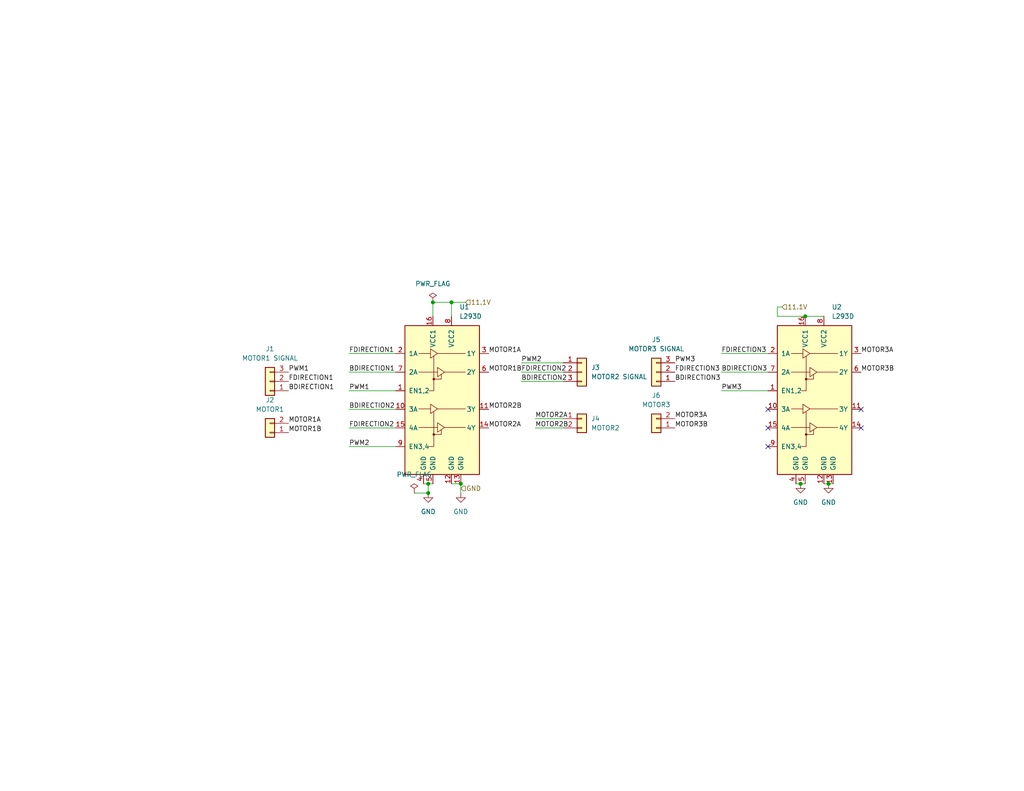
<source format=kicad_sch>
(kicad_sch (version 20250114) (generator "eeschema") (generator_version "9.0")
  (paper "USLetter")
  (title_block (title "Practical Activity #3") (date "2025-07-01") (rev "1.0") (company "Chrys Sean T. Sevilla"))
  (lib_symbols
    (symbol "Connector_Generic:Conn_01x02" (pin_names (offset 1.016) (hide yes))
      (property "Reference" "J" (at 0 2.54 0))
      (property "Value" "Conn_01x02" (at 0 -5.08 0))
      (symbol "Conn_01x02_1_1"
        (rectangle (start -1.27 1.27) (end 1.27 -3.81) (stroke (width 0.254)) (fill (type background)))
        (rectangle (start -1.27 0.127) (end 0 -0.127) (stroke (width 0.1524)))
        (rectangle (start -1.27 -2.413) (end 0 -2.667) (stroke (width 0.1524)))
        (pin passive line (at -5.08 0 0) (length 3.81) (name "Pin_1") (number "1"))
        (pin passive line (at -5.08 -2.54 0) (length 3.81) (name "Pin_2") (number "2"))
      )
    )
    (symbol "Connector_Generic:Conn_01x03" (pin_names (offset 1.016) (hide yes))
      (property "Reference" "J" (at 0 5.08 0))
      (property "Value" "Conn_01x03" (at 0 -5.08 0))
      (symbol "Conn_01x03_1_1"
        (rectangle (start -1.27 3.81) (end 1.27 -3.81) (stroke (width 0.254)) (fill (type background)))
        (rectangle (start -1.27 2.667) (end 0 2.413) (stroke (width 0.1524)))
        (rectangle (start -1.27 0.127) (end 0 -0.127) (stroke (width 0.1524)))
        (rectangle (start -1.27 -2.413) (end 0 -2.667) (stroke (width 0.1524)))
        (pin passive line (at -5.08 2.54 0) (length 3.81) (name "Pin_1") (number "1"))
        (pin passive line (at -5.08 0 0) (length 3.81) (name "Pin_2") (number "2"))
        (pin passive line (at -5.08 -2.54 0) (length 3.81) (name "Pin_3") (number "3"))
      )
    )
    (symbol "Driver_Motor:L293D" (pin_names (offset 1.016))
      (property "Reference" "U" (at -5.08 26.035 0))
      (property "Value" "L293D" (at -5.08 24.13 0))
      (symbol "L293D_0_1"
        (rectangle (start -10.16 22.86) (end 10.16 -17.78) (stroke (width 0.254)) (fill (type background)))
        (polyline (pts (xy -6.35 15.24) (xy -3.175 15.24)))
        (polyline (pts (xy -6.35 10.16) (xy -1.27 10.16)))
        (polyline (pts (xy -6.35 0.127) (xy -3.175 0.127)))
        (polyline (pts (xy -6.35 -4.953) (xy -1.27 -4.953)))
        (polyline (pts (xy -3.175 16.51) (xy -3.175 13.97) (xy -1.27 15.24) (xy -3.175 16.51)))
        (polyline (pts (xy -3.175 1.397) (xy -3.175 -1.143) (xy -1.27 0.127) (xy -3.175 1.397)))
        (polyline (pts (xy -2.286 14.478) (xy -2.286 5.08) (xy -3.556 5.08)))
        (circle (center -2.286 8.255) (radius 0.254) (fill (type outline)))
        (polyline (pts (xy -2.286 8.255) (xy -0.254 8.255) (xy -0.254 9.525)))
        (polyline (pts (xy -2.286 -0.635) (xy -2.286 -10.16) (xy -3.556 -10.16)))
        (circle (center -2.286 -6.858) (radius 0.254) (fill (type outline)))
        (polyline (pts (xy -2.286 -6.858) (xy -0.254 -6.858) (xy -0.254 -5.588)))
        (polyline (pts (xy -1.27 15.24) (xy 6.35 15.24)))
        (polyline (pts (xy -1.27 11.43) (xy -1.27 8.89) (xy 0.635 10.16) (xy -1.27 11.43)))
        (polyline (pts (xy -1.27 0.127) (xy 6.35 0.127)))
        (polyline (pts (xy -1.27 -3.683) (xy -1.27 -6.223) (xy 0.635 -4.953) (xy -1.27 -3.683)))
        (polyline (pts (xy 0.635 10.16) (xy 6.35 10.16)))
        (polyline (pts (xy 0.635 -4.953) (xy 6.35 -4.953)))
      )
      (symbol "L293D_1_1"
        (pin input line (at -12.7 15.24 0) (length 2.54) (name "1A") (number "2"))
        (pin input line (at -12.7 10.16 0) (length 2.54) (name "2A") (number "7"))
        (pin input line (at -12.7 5.08 0) (length 2.54) (name "EN1,2") (number "1"))
        (pin input line (at -12.7 0 0) (length 2.54) (name "3A") (number "10"))
        (pin input line (at -12.7 -5.08 0) (length 2.54) (name "4A") (number "15"))
        (pin input line (at -12.7 -10.16 0) (length 2.54) (name "EN3,4") (number "9"))
        (pin power_in line (at -5.08 -20.32 90) (length 2.54) (name "GND") (number "4"))
        (pin power_in line (at -2.54 25.4 270) (length 2.54) (name "VCC1") (number "16"))
        (pin power_in line (at -2.54 -20.32 90) (length 2.54) (name "GND") (number "5"))
        (pin power_in line (at 2.54 25.4 270) (length 2.54) (name "VCC2") (number "8"))
        (pin power_in line (at 2.54 -20.32 90) (length 2.54) (name "GND") (number "12"))
        (pin power_in line (at 5.08 -20.32 90) (length 2.54) (name "GND") (number "13"))
        (pin output line (at 12.7 15.24 180) (length 2.54) (name "1Y") (number "3"))
        (pin output line (at 12.7 10.16 180) (length 2.54) (name "2Y") (number "6"))
        (pin output line (at 12.7 0 180) (length 2.54) (name "3Y") (number "11"))
        (pin output line (at 12.7 -5.08 180) (length 2.54) (name "4Y") (number "14"))
      )
    )
    (symbol "power:GND" (power) (pin_numbers (hide yes)) (pin_names (offset 0) (hide yes))
      (property "Value" "GND" (at 0 -3.81 0))
      (symbol "GND_0_1"
        (polyline (pts (xy 0 0) (xy 0 -1.27) (xy 1.27 -1.27) (xy 0 -2.54) (xy -1.27 -1.27) (xy 0 -1.27)))
      )
      (symbol "GND_1_1"
        (pin power_in line (at 0 0 270) (length 0) (name "~") (number "1"))
      )
    )
    (symbol "power:PWR_FLAG" (power) (pin_numbers (hide yes)) (pin_names (offset 0) (hide yes))
      (property "Value" "PWR_FLAG" (at 0 3.81 0))
      (symbol "PWR_FLAG_0_0"
        (pin power_out line (at 0 0 90) (length 0) (name "~") (number "1"))
      )
      (symbol "PWR_FLAG_0_1"
        (polyline (pts (xy 0 0) (xy 0 1.27) (xy -1.016 1.905) (xy 0 2.54) (xy 1.016 1.905) (xy 0 1.27)))
      )
    )
  )
  (junction (at 226.06 132.08))
  (junction (at 118.11 82.55))
  (junction (at 116.84 132.08))
  (junction (at 218.44 132.08))
  (junction (at 219.71 86.36))
  (junction (at 116.84 134.62))
  (junction (at 125.73 132.08))
  (junction (at 123.19 82.55))
  (no_connect (at 234.95 111.76))
  (no_connect (at 209.55 111.76))
  (no_connect (at 234.95 116.84))
  (no_connect (at 209.55 121.92))
  (no_connect (at 209.55 116.84))
  (wire (pts (xy 142.24 104.14) (xy 153.67 104.14)))
  (wire (pts (xy 123.19 132.08) (xy 125.73 132.08)))
  (wire (pts (xy 217.17 132.08) (xy 218.44 132.08)))
  (wire (pts (xy 224.79 132.08) (xy 226.06 132.08)))
  (wire (pts (xy 118.11 82.55) (xy 123.19 82.55)))
  (wire (pts (xy 218.44 132.08) (xy 219.71 132.08)))
  (wire (pts (xy 142.24 99.06) (xy 153.67 99.06)))
  (wire (pts (xy 196.85 96.52) (xy 209.55 96.52)))
  (wire (pts (xy 123.19 82.55) (xy 123.19 86.36)))
  (wire (pts (xy 95.25 101.6) (xy 107.95 101.6)))
  (wire (pts (xy 213.36 83.82) (xy 212.09 83.82)))
  (wire (pts (xy 219.71 86.36) (xy 224.79 86.36)))
  (wire (pts (xy 212.09 83.82) (xy 212.09 86.36)))
  (wire (pts (xy 113.03 134.62) (xy 116.84 134.62)))
  (wire (pts (xy 196.85 106.68) (xy 209.55 106.68)))
  (wire (pts (xy 226.06 132.08) (xy 227.33 132.08)))
  (wire (pts (xy 146.05 116.84) (xy 153.67 116.84)))
  (wire (pts (xy 125.73 132.08) (xy 125.73 134.62)))
  (wire (pts (xy 95.25 121.92) (xy 107.95 121.92)))
  (wire (pts (xy 196.85 101.6) (xy 209.55 101.6)))
  (wire (pts (xy 123.19 82.55) (xy 127 82.55)))
  (wire (pts (xy 116.84 132.08) (xy 118.11 132.08)))
  (wire (pts (xy 212.09 86.36) (xy 219.71 86.36)))
  (wire (pts (xy 142.24 101.6) (xy 153.67 101.6)))
  (wire (pts (xy 95.25 96.52) (xy 107.95 96.52)))
  (wire (pts (xy 95.25 111.76) (xy 107.95 111.76)))
  (wire (pts (xy 115.57 132.08) (xy 116.84 132.08)))
  (wire (pts (xy 146.05 114.3) (xy 153.67 114.3)))
  (wire (pts (xy 116.84 132.08) (xy 116.84 134.62)))
  (wire (pts (xy 95.25 116.84) (xy 107.95 116.84)))
  (wire (pts (xy 95.25 106.68) (xy 107.95 106.68)))
  (wire (pts (xy 118.11 82.55) (xy 118.11 86.36)))
  (label "PWM1" (at 95.25 106.68 0))
  (label "BDIRECTION3" (at 196.85 101.6 0))
  (label "PWM2" (at 142.24 99.06 0))
  (label "MOTOR2A" (at 133.35 116.84 0))
  (label "MOTOR2B" (at 133.35 111.76 0))
  (label "FDIRECTION3" (at 184.15 101.6 0))
  (label "MOTOR3A" (at 184.15 114.3 0))
  (label "BDIRECTION2" (at 95.25 111.76 0))
  (label "MOTOR3B" (at 184.15 116.84 0))
  (label "FDIRECTION1" (at 95.25 96.52 0))
  (label "BDIRECTION2" (at 142.24 104.14 0))
  (label "BDIRECTION1" (at 95.25 101.6 0))
  (label "PWM2" (at 95.25 121.92 0))
  (label "MOTOR1A" (at 78.74 115.57 0))
  (label "BDIRECTION1" (at 78.74 106.68 0))
  (label "FDIRECTION2" (at 142.24 101.6 0))
  (label "MOTOR1B" (at 133.35 101.6 0))
  (label "MOTOR1A" (at 133.35 96.52 0))
  (label "FDIRECTION3" (at 196.85 96.52 0))
  (label "PWM3" (at 184.15 99.06 0))
  (label "FDIRECTION1" (at 78.74 104.14 0))
  (label "PWM3" (at 196.85 106.68 0))
  (label "BDIRECTION3" (at 184.15 104.14 0))
  (label "MOTOR2A" (at 146.05 114.3 0))
  (label "PWM1" (at 78.74 101.6 0))
  (label "FDIRECTION2" (at 95.25 116.84 0))
  (label "MOTOR1B" (at 78.74 118.11 0))
  (label "MOTOR2B" (at 146.05 116.84 0))
  (label "MOTOR3B" (at 234.95 101.6 0))
  (label "MOTOR3A" (at 234.95 96.52 0))
  (hierarchical_label "11.1V" (shape input) (at 213.36 83.82 0))
  (hierarchical_label "11.1V" (shape input) (at 127 82.55 0))
  (hierarchical_label "GND" (shape input) (at 125.73 133.35 0))
  (symbol (lib_id "power:PWR_FLAG") (at 113.03 134.62 0) (unit 1)
    (property "Reference" "#FLG03" (effects (hide yes)))
    (property "Value" "PWR_FLAG" (at 113.03 129.54 0))
    (property "Description" "Special symbol for telling ERC where power comes from" (effects (hide yes)))
  )
  (symbol (lib_id "Connector_Generic:Conn_01x02") (at 73.66 118.11 180) (unit 1)
    (property "Reference" "J2" (at 73.66 109.22 0))
    (property "Value" "MOTOR1" (at 73.66 111.76 0))
    (property "Footprint" "Connector_PinSocket_2.54mm:PinSocket_1x02_P2.54mm_Vertical" (effects (hide yes)))
    (property "Description" "Generic connector, single row, 01x02, script generated (kicad-library-utils/schlib/autogen/connector/)" (effects (hide yes)))
  )
  (symbol (lib_id "Connector_Generic:Conn_01x03") (at 179.07 101.6 180) (unit 1)
    (property "Reference" "J5" (at 179.07 92.71 0))
    (property "Value" "MOTOR3 SIGNAL" (at 179.07 95.25 0))
    (property "Footprint" "Connector_PinSocket_2.54mm:PinSocket_1x03_P2.54mm_Vertical" (effects (hide yes)))
    (property "Description" "Generic connector, single row, 01x03, script generated (kicad-library-utils/schlib/autogen/connector/)" (effects (hide yes)))
  )
  (symbol (lib_id "power:GND") (at 226.06 132.08 0) (unit 1)
    (property "Reference" "#PWR019" (effects (hide yes)))
    (property "Value" "GND" (at 226.06 137.16 0))
    (property "Description" "Power symbol creates a global label with name \"GND\" , ground" (effects (hide yes)))
  )
  (symbol (lib_id "Connector_Generic:Conn_01x03") (at 73.66 104.14 180) (unit 1)
    (property "Reference" "J1" (at 73.66 95.25 0))
    (property "Value" "MOTOR1 SIGNAL" (at 73.66 97.79 0))
    (property "Footprint" "Connector_PinSocket_2.54mm:PinSocket_1x03_P2.54mm_Vertical" (effects (hide yes)))
    (property "Description" "Generic connector, single row, 01x03, script generated (kicad-library-utils/schlib/autogen/connector/)" (effects (hide yes)))
  )
  (symbol (lib_id "Connector_Generic:Conn_01x02") (at 158.75 114.3 0) (unit 1)
    (property "Reference" "J4" (at 161.29 114.2999 0) (effects (justify left)))
    (property "Value" "MOTOR2" (at 161.29 116.8399 0) (effects (justify left)))
    (property "Footprint" "Connector_PinSocket_2.54mm:PinSocket_1x02_P2.54mm_Vertical" (effects (hide yes)))
    (property "Description" "Generic connector, single row, 01x02, script generated (kicad-library-utils/schlib/autogen/connector/)" (effects (hide yes)))
  )
  (symbol (lib_id "Connector_Generic:Conn_01x03") (at 158.75 101.6 0) (unit 1)
    (property "Reference" "J3" (at 161.29 100.3299 0) (effects (justify left)))
    (property "Value" "MOTOR2 SIGNAL" (at 161.29 102.8699 0) (effects (justify left)))
    (property "Footprint" "Connector_PinSocket_2.54mm:PinSocket_1x03_P2.54mm_Vertical" (effects (hide yes)))
    (property "Description" "Generic connector, single row, 01x03, script generated (kicad-library-utils/schlib/autogen/connector/)" (effects (hide yes)))
  )
  (symbol (lib_id "power:GND") (at 116.84 134.62 0) (unit 1)
    (property "Reference" "#PWR014" (effects (hide yes)))
    (property "Value" "GND" (at 116.84 139.7 0))
    (property "Description" "Power symbol creates a global label with name \"GND\" , ground" (effects (hide yes)))
  )
  (symbol (lib_id "Driver_Motor:L293D") (at 222.25 111.76 0) (unit 1)
    (property "Reference" "U2" (at 226.9333 83.82 0) (effects (justify left)))
    (property "Value" "L293D" (at 226.9333 86.36 0) (effects (justify left)))
    (property "Footprint" "Package_DIP:DIP-16_W7.62mm" (effects (hide yes)))
    (property "Datasheet" "http://www.ti.com/lit/ds/symlink/l293.pdf" (effects (hide yes)))
    (property "Description" "Quadruple Half-H Drivers" (effects (hide yes)))
  )
  (symbol (lib_id "Driver_Motor:L293D") (at 120.65 111.76 0) (unit 1)
    (property "Reference" "U1" (at 125.3333 83.82 0) (effects (justify left)))
    (property "Value" "L293D" (at 125.3333 86.36 0) (effects (justify left)))
    (property "Footprint" "Package_DIP:DIP-16_W7.62mm" (effects (hide yes)))
    (property "Datasheet" "http://www.ti.com/lit/ds/symlink/l293.pdf" (effects (hide yes)))
    (property "Description" "Quadruple Half-H Drivers" (effects (hide yes)))
  )
  (symbol (lib_id "power:PWR_FLAG") (at 118.11 82.55 0) (unit 1)
    (property "Reference" "#FLG04" (effects (hide yes)))
    (property "Value" "PWR_FLAG" (at 118.11 77.47 0))
    (property "Description" "Special symbol for telling ERC where power comes from" (effects (hide yes)))
  )
  (symbol (lib_id "power:GND") (at 125.73 134.62 0) (unit 1)
    (property "Reference" "#PWR015" (effects (hide yes)))
    (property "Value" "GND" (at 125.73 139.7 0))
    (property "Description" "Power symbol creates a global label with name \"GND\" , ground" (effects (hide yes)))
  )
  (symbol (lib_id "Connector_Generic:Conn_01x02") (at 179.07 116.84 180) (unit 1)
    (property "Reference" "J6" (at 179.07 107.95 0))
    (property "Value" "MOTOR3" (at 179.07 110.49 0))
    (property "Footprint" "Connector_PinSocket_2.54mm:PinSocket_1x02_P2.54mm_Vertical" (effects (hide yes)))
    (property "Description" "Generic connector, single row, 01x02, script generated (kicad-library-utils/schlib/autogen/connector/)" (effects (hide yes)))
  )
  (symbol (lib_id "power:GND") (at 218.44 132.08 0) (unit 1)
    (property "Reference" "#PWR018" (effects (hide yes)))
    (property "Value" "GND" (at 218.44 137.16 0))
    (property "Description" "Power symbol creates a global label with name \"GND\" , ground" (effects (hide yes)))
  )
)
</source>
